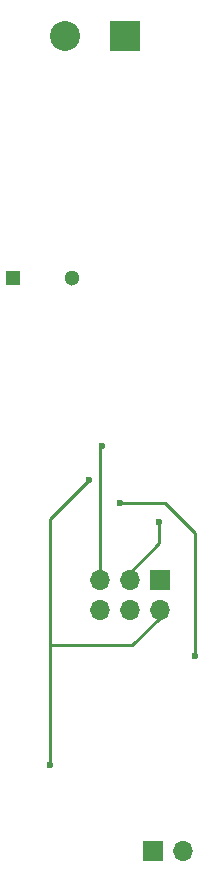
<source format=gbl>
G04 #@! TF.FileFunction,Copper,L2,Bot,Signal*
%FSLAX46Y46*%
G04 Gerber Fmt 4.6, Leading zero omitted, Abs format (unit mm)*
G04 Created by KiCad (PCBNEW 4.0.5-e0-6337~49~ubuntu16.04.1) date Tue Feb  7 13:51:03 2017*
%MOMM*%
%LPD*%
G01*
G04 APERTURE LIST*
%ADD10C,0.100000*%
%ADD11R,1.300000X1.300000*%
%ADD12C,1.300000*%
%ADD13R,2.540000X2.540000*%
%ADD14C,2.540000*%
%ADD15R,1.700000X1.700000*%
%ADD16O,1.700000X1.700000*%
%ADD17C,0.600000*%
%ADD18C,0.250000*%
G04 APERTURE END LIST*
D10*
D11*
X164850000Y-77375000D03*
D12*
X169850000Y-77375000D03*
D13*
X174390000Y-56875000D03*
D14*
X169310000Y-56875000D03*
D15*
X177350000Y-102875000D03*
D16*
X177350000Y-105415000D03*
X174810000Y-102875000D03*
X174810000Y-105415000D03*
X172270000Y-102875000D03*
X172270000Y-105415000D03*
D15*
X176784000Y-125857000D03*
D16*
X179324000Y-125857000D03*
D17*
X168021000Y-118618000D03*
X171323000Y-94488000D03*
X173990000Y-96393000D03*
X180340000Y-109347000D03*
X177292000Y-98044000D03*
X172466000Y-91567000D03*
D18*
X168021000Y-118618000D02*
X168021000Y-115316000D01*
X177350000Y-105415000D02*
X177350000Y-106114000D01*
X177350000Y-106114000D02*
X175006000Y-108458000D01*
X175006000Y-108458000D02*
X168021000Y-108458000D01*
X168021000Y-115316000D02*
X168021000Y-108458000D01*
X168021000Y-108458000D02*
X168021000Y-97790000D01*
X168021000Y-97790000D02*
X171323000Y-94488000D01*
X180340000Y-109347000D02*
X180340000Y-98933000D01*
X177800000Y-96393000D02*
X173990000Y-96393000D01*
X180340000Y-98933000D02*
X177800000Y-96393000D01*
X174810000Y-102875000D02*
X174810000Y-102304000D01*
X174810000Y-102304000D02*
X177292000Y-99822000D01*
X177292000Y-99822000D02*
X177292000Y-98044000D01*
X172270000Y-102875000D02*
X172270000Y-91763000D01*
X172270000Y-91763000D02*
X172466000Y-91567000D01*
M02*

</source>
